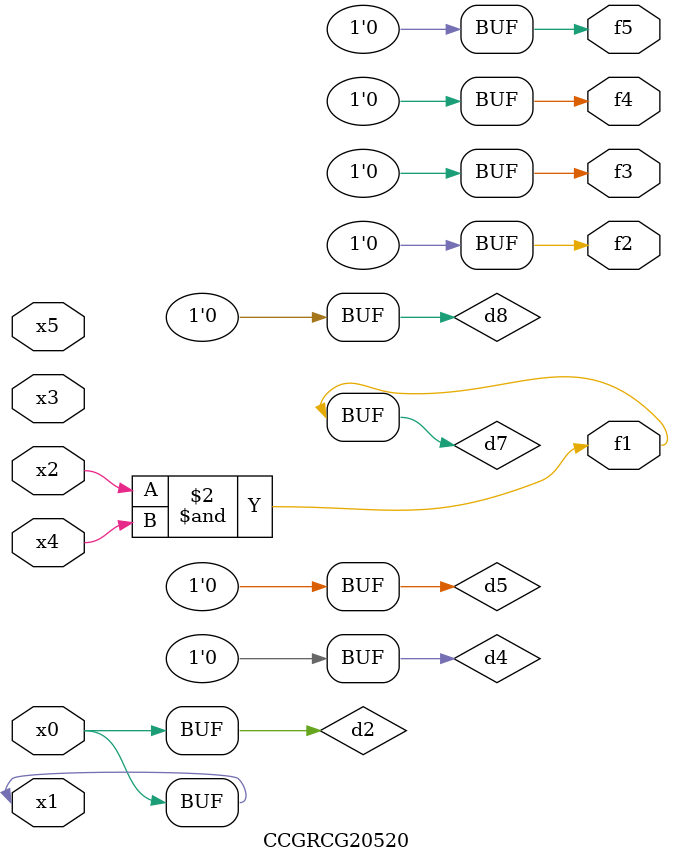
<source format=v>
module CCGRCG20520(
	input x0, x1, x2, x3, x4, x5,
	output f1, f2, f3, f4, f5
);

	wire d1, d2, d3, d4, d5, d6, d7, d8, d9;

	nand (d1, x1);
	buf (d2, x0, x1);
	nand (d3, x2, x4);
	and (d4, d1, d2);
	and (d5, d1, d2);
	nand (d6, d1, d3);
	not (d7, d3);
	xor (d8, d5);
	nor (d9, d5, d6);
	assign f1 = d7;
	assign f2 = d8;
	assign f3 = d8;
	assign f4 = d8;
	assign f5 = d8;
endmodule

</source>
